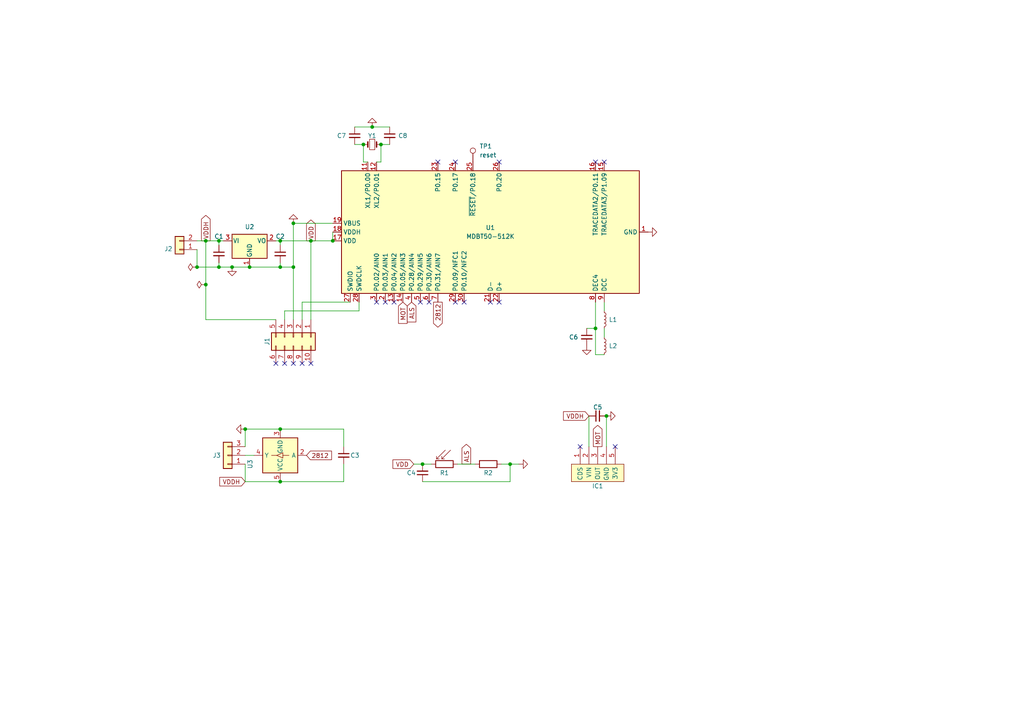
<source format=kicad_sch>
(kicad_sch (version 20211123) (generator eeschema)
  (paper "A4")
  (lib_symbols
    (symbol "Connector:TestPoint" (pin_numbers hide) (pin_names (offset 0.762) hide)
      (property "Reference" "TP" (at 0 6.858 0))
      (property "Value" "TestPoint" (at 0 5.08 0))
      (symbol "TestPoint_0_1"
        (circle (center 0 3.302) (radius 0.762))
      )
      (symbol "TestPoint_1_1"
        (pin passive line (at 0 0 90) (length 2.54) (name "1") (number "1"))
      )
    )
    (symbol "Connector_Generic:Conn_01x02" (pin_names (offset 1.016) hide)
      (property "Reference" "J" (at 0 2.54 0))
      (property "Value" "Conn_01x02" (at 0 -5.08 0))
      (symbol "Conn_01x02_1_1"
        (rectangle (start -1.27 -2.413) (end 0 -2.667) (stroke (width 0.1524)))
        (rectangle (start -1.27 0.127) (end 0 -0.127) (stroke (width 0.1524)))
        (rectangle (start -1.27 1.27) (end 1.27 -3.81) (stroke (width 0.254)) (fill (type background)))
        (pin passive line (at -5.08 0 0) (length 3.81) (name "Pin_1") (number "1"))
        (pin passive line (at -5.08 -2.54 0) (length 3.81) (name "Pin_2") (number "2"))
      )
    )
    (symbol "Connector_Generic:Conn_01x03" (pin_names (offset 1.016) hide)
      (property "Reference" "J" (at 0 5.08 0))
      (property "Value" "Conn_01x03" (at 0 -5.08 0))
      (symbol "Conn_01x03_1_1"
        (rectangle (start -1.27 -2.413) (end 0 -2.667) (stroke (width 0.1524)))
        (rectangle (start -1.27 0.127) (end 0 -0.127) (stroke (width 0.1524)))
        (rectangle (start -1.27 2.667) (end 0 2.413) (stroke (width 0.1524)))
        (rectangle (start -1.27 3.81) (end 1.27 -3.81) (stroke (width 0.254)) (fill (type background)))
        (pin passive line (at -5.08 2.54 0) (length 3.81) (name "Pin_1") (number "1"))
        (pin passive line (at -5.08 0 0) (length 3.81) (name "Pin_2") (number "2"))
        (pin passive line (at -5.08 -2.54 0) (length 3.81) (name "Pin_3") (number "3"))
      )
    )
    (symbol "Connector_Generic:Conn_02x05_Counter_Clockwise" (pin_names (offset 1.016) hide)
      (property "Reference" "J" (at 1.27 7.62 0))
      (property "Value" "Conn_02x05_Counter_Clockwise" (at 1.27 -7.62 0))
      (symbol "Conn_02x05_Counter_Clockwise_1_1"
        (rectangle (start -1.27 -4.953) (end 0 -5.207) (stroke (width 0.1524)))
        (rectangle (start -1.27 -2.413) (end 0 -2.667) (stroke (width 0.1524)))
        (rectangle (start -1.27 0.127) (end 0 -0.127) (stroke (width 0.1524)))
        (rectangle (start -1.27 2.667) (end 0 2.413) (stroke (width 0.1524)))
        (rectangle (start -1.27 5.207) (end 0 4.953) (stroke (width 0.1524)))
        (rectangle (start -1.27 6.35) (end 3.81 -6.35) (stroke (width 0.254)) (fill (type background)))
        (rectangle (start 3.81 -4.953) (end 2.54 -5.207) (stroke (width 0.1524)))
        (rectangle (start 3.81 -2.413) (end 2.54 -2.667) (stroke (width 0.1524)))
        (rectangle (start 3.81 0.127) (end 2.54 -0.127) (stroke (width 0.1524)))
        (rectangle (start 3.81 2.667) (end 2.54 2.413) (stroke (width 0.1524)))
        (rectangle (start 3.81 5.207) (end 2.54 4.953) (stroke (width 0.1524)))
        (pin passive line (at -5.08 5.08 0) (length 3.81) (name "Pin_1") (number "1"))
        (pin passive line (at 7.62 5.08 180) (length 3.81) (name "Pin_10") (number "10"))
        (pin passive line (at -5.08 2.54 0) (length 3.81) (name "Pin_2") (number "2"))
        (pin passive line (at -5.08 0 0) (length 3.81) (name "Pin_3") (number "3"))
        (pin passive line (at -5.08 -2.54 0) (length 3.81) (name "Pin_4") (number "4"))
        (pin passive line (at -5.08 -5.08 0) (length 3.81) (name "Pin_5") (number "5"))
        (pin passive line (at 7.62 -5.08 180) (length 3.81) (name "Pin_6") (number "6"))
        (pin passive line (at 7.62 -2.54 180) (length 3.81) (name "Pin_7") (number "7"))
        (pin passive line (at 7.62 0 180) (length 3.81) (name "Pin_8") (number "8"))
        (pin passive line (at 7.62 2.54 180) (length 3.81) (name "Pin_9") (number "9"))
      )
    )
    (symbol "Device:C_Small" (pin_numbers hide) (pin_names (offset 0.254) hide)
      (property "Reference" "C" (at 0.254 1.778 0))
      (property "Value" "C_Small" (at 0.254 -2.032 0))
      (symbol "C_Small_0_1"
        (polyline (pts (xy -1.524 -0.508) (xy 1.524 -0.508)) (stroke (width 0.3302)))
        (polyline (pts (xy -1.524 0.508) (xy 1.524 0.508)) (stroke (width 0.3048)))
      )
      (symbol "C_Small_1_1"
        (pin passive line (at 0 2.54 270) (length 2.032) (name "~") (number "1"))
        (pin passive line (at 0 -2.54 90) (length 2.032) (name "~") (number "2"))
      )
    )
    (symbol "Device:Crystal_Small" (pin_numbers hide) (pin_names (offset 1.016) hide)
      (property "Reference" "Y" (at 0 2.54 0))
      (property "Value" "Crystal_Small" (at 0 -2.54 0))
      (symbol "Crystal_Small_0_1"
        (rectangle (start -0.762 -1.524) (end 0.762 1.524))
        (polyline (pts (xy -1.27 -0.762) (xy -1.27 0.762)) (stroke (width 0.381)))
        (polyline (pts (xy 1.27 -0.762) (xy 1.27 0.762)) (stroke (width 0.381)))
      )
      (symbol "Crystal_Small_1_1"
        (pin passive line (at -2.54 0 0) (length 1.27) (name "1") (number "1"))
        (pin passive line (at 2.54 0 180) (length 1.27) (name "2") (number "2"))
      )
    )
    (symbol "Device:L_Small" (pin_numbers hide) (pin_names (offset 0.254) hide)
      (property "Reference" "L" (at 0.762 1.016 0))
      (property "Value" "L_Small" (at 0.762 -1.016 0))
      (symbol "L_Small_0_1"
        (arc (start 0 -2.032) (mid 0.508 -1.524) (end 0 -1.016))
        (arc (start 0 -1.016) (mid 0.508 -0.508) (end 0 0))
        (arc (start 0 0) (mid 0.508 0.508) (end 0 1.016))
        (arc (start 0 1.016) (mid 0.508 1.524) (end 0 2.032))
      )
      (symbol "L_Small_1_1"
        (pin passive line (at 0 2.54 270) (length 0.508) (name "~") (number "1"))
        (pin passive line (at 0 -2.54 90) (length 0.508) (name "~") (number "2"))
      )
    )
    (symbol "Device:R" (pin_numbers hide) (pin_names (offset 0))
      (property "Reference" "R" (at 2.032 0 90))
      (property "Value" "R" (at 0 0 90))
      (symbol "R_0_1"
        (rectangle (start -1.016 -2.54) (end 1.016 2.54) (stroke (width 0.254)))
      )
      (symbol "R_1_1"
        (pin passive line (at 0 3.81 270) (length 1.27) (name "~") (number "1"))
        (pin passive line (at 0 -3.81 90) (length 1.27) (name "~") (number "2"))
      )
    )
    (symbol "Device:R_Photo" (pin_numbers hide) (pin_names (offset 0))
      (property "Reference" "R" (at 1.27 1.27 0))
      (property "Value" "R_Photo" (at 1.27 0 0))
      (symbol "R_Photo_0_1"
        (rectangle (start -1.016 2.54) (end 1.016 -2.54) (stroke (width 0.254)))
        (polyline (pts (xy -1.524 -2.286) (xy -4.064 0.254)))
        (polyline (pts (xy -1.524 -2.286) (xy -2.286 -2.286)))
        (polyline (pts (xy -1.524 -2.286) (xy -1.524 -1.524)))
        (polyline (pts (xy -1.524 -0.762) (xy -4.064 1.778)))
        (polyline (pts (xy -1.524 -0.762) (xy -2.286 -0.762)))
        (polyline (pts (xy -1.524 -0.762) (xy -1.524 0)))
      )
      (symbol "R_Photo_1_1"
        (pin passive line (at 0 3.81 270) (length 1.27) (name "~") (number "1"))
        (pin passive line (at 0 -3.81 90) (length 1.27) (name "~") (number "2"))
      )
    )
    (symbol "Logic_LevelTranslator:SN74LV1T34DBV"
      (property "Reference" "U" (at 5.08 6.35 0))
      (property "Value" "SN74LV1T34DBV" (at 5.08 3.81 0))
      (symbol "SN74LV1T34DBV_0_1"
        (rectangle (start -5.08 5.08) (end 5.08 -5.08) (stroke (width 0.254)) (fill (type background)))
        (polyline (pts (xy -0.762 0) (xy -2.54 0)))
        (polyline (pts (xy 1.016 0) (xy 2.54 0)))
      )
      (symbol "SN74LV1T34DBV_1_1"
        (polyline (pts (xy -0.762 -0.762) (xy -0.762 0.762) (xy 1.016 0) (xy -0.762 -0.762)))
        (pin no_connect line (at -5.08 2.54 0) (length 2.54) hide (name "NC") (number "1"))
        (pin input line (at -7.62 0 0) (length 2.54) (name "A") (number "2"))
        (pin power_in line (at 0 -7.62 90) (length 2.54) (name "GND") (number "3"))
        (pin output line (at 7.62 0 180) (length 2.54) (name "Y") (number "4"))
        (pin power_in line (at 0 7.62 270) (length 2.54) (name "VCC") (number "5"))
      )
    )
    (symbol "RCWL-0516:RCWL-0516" (pin_names (offset 0.762))
      (property "Reference" "IC" (at 0 11.43 0))
      (property "Value" "RCWL-0516" (at 0 8.89 0))
      (symbol "RCWL-0516_0_0"
        (pin input line (at -5.08 -7.62 90) (length 5.08) (name "CDS") (number "1"))
        (pin power_in line (at -2.54 -7.62 90) (length 5.08) (name "VIN") (number "2"))
        (pin output line (at 0 -7.62 90) (length 5.08) (name "OUT") (number "3"))
        (pin power_in line (at 2.54 -7.62 90) (length 5.08) (name "GND") (number "4"))
        (pin power_out line (at 5.08 -7.62 90) (length 5.08) (name "3V3") (number "5"))
      )
      (symbol "RCWL-0516_0_1"
        (polyline (pts (xy -7.62 -2.54) (xy -7.62 2.54) (xy 7.62 2.54) (xy 7.62 -2.54) (xy -7.62 -2.54)) (stroke (width 0.1524)) (fill (type background)))
      )
    )
    (symbol "Raytac:MDBT50-512K"
      (property "Reference" "U" (at 0 0 0))
      (property "Value" "MDBT50-512K" (at 0 -2.54 0))
      (symbol "MDBT50-512K_0_1"
        (rectangle (start -17.78 43.18) (end 17.78 -43.18) (stroke (width 0.254)) (fill (type background)))
      )
      (symbol "MDBT50-512K_1_1"
        (pin power_in line (at 0 -45.72 90) (length 2.54) (name "GND") (number "1"))
        (pin passive line (at 0 -45.72 90) (length 2.54) hide (name "GND") (number "10"))
        (pin bidirectional line (at 20.32 35.56 180) (length 2.54) (name "XL1/P0.00") (number "11"))
        (pin bidirectional line (at 20.32 33.02 180) (length 2.54) (name "XL2/P0.01") (number "12"))
        (pin bidirectional line (at -20.32 27.94 0) (length 2.54) (name "P0.04/AIN2") (number "13"))
        (pin bidirectional line (at -20.32 25.4 0) (length 2.54) (name "P0.05/AIN3") (number "14"))
        (pin bidirectional line (at 20.32 -33.02 180) (length 2.54) (name "TRACEDATA3/P1.09") (number "15"))
        (pin bidirectional line (at 20.32 -30.48 180) (length 2.54) (name "TRACEDATA2/P0.11") (number "16"))
        (pin power_in line (at -2.54 45.72 270) (length 2.54) (name "VDD") (number "17"))
        (pin power_in line (at 0 45.72 270) (length 2.54) (name "VDDH") (number "18"))
        (pin power_in line (at 2.54 45.72 270) (length 2.54) (name "VBUS") (number "19"))
        (pin bidirectional line (at -20.32 30.48 0) (length 2.54) (name "P0.03/AIN1") (number "2"))
        (pin passive line (at 0 -45.72 90) (length 2.54) hide (name "GND") (number "20"))
        (pin bidirectional line (at -20.32 0 0) (length 2.54) (name "D-") (number "21"))
        (pin bidirectional line (at -20.32 -2.54 0) (length 2.54) (name "D+") (number "22"))
        (pin bidirectional line (at 20.32 15.24 180) (length 2.54) (name "P0.15") (number "23"))
        (pin bidirectional line (at 20.32 10.16 180) (length 2.54) (name "P0.17") (number "24"))
        (pin bidirectional line (at 20.32 5.08 180) (length 2.54) (name "~{RESET}/P0.18") (number "25"))
        (pin bidirectional line (at 20.32 -2.54 180) (length 2.54) (name "P0.20") (number "26"))
        (pin bidirectional line (at -20.32 40.64 0) (length 2.54) (name "SWDIO") (number "27"))
        (pin input line (at -20.32 38.1 0) (length 2.54) (name "SWDCLK") (number "28"))
        (pin bidirectional line (at -20.32 10.16 0) (length 2.54) (name "P0.09/NFC1") (number "29"))
        (pin bidirectional line (at -20.32 33.02 0) (length 2.54) (name "P0.02/AIN0") (number "3"))
        (pin bidirectional line (at -20.32 7.62 0) (length 2.54) (name "P0.10/NFC2") (number "30"))
        (pin passive line (at 0 -45.72 90) (length 2.54) hide (name "GND") (number "31"))
        (pin bidirectional line (at -20.32 22.86 0) (length 2.54) (name "P0.28/AIN4") (number "4"))
        (pin bidirectional line (at -20.32 20.32 0) (length 2.54) (name "P0.29/AIN5") (number "5"))
        (pin bidirectional line (at -20.32 17.78 0) (length 2.54) (name "P0.30/AIN6") (number "6"))
        (pin bidirectional line (at -20.32 15.24 0) (length 2.54) (name "P0.31/AIN7") (number "7"))
        (pin power_in line (at -20.32 -30.48 0) (length 2.54) (name "DEC4") (number "8"))
        (pin power_out line (at -20.32 -33.02 0) (length 2.54) (name "DCC") (number "9"))
      )
    )
    (symbol "Regulator_Linear:LM1117-3.3" (pin_names (offset 0.254))
      (property "Reference" "U" (at -3.81 3.175 0))
      (property "Value" "LM1117-3.3" (at 0 3.175 0))
      (symbol "LM1117-3.3_0_1"
        (rectangle (start -5.08 -5.08) (end 5.08 1.905) (stroke (width 0.254)) (fill (type background)))
      )
      (symbol "LM1117-3.3_1_1"
        (pin power_in line (at 0 -7.62 90) (length 2.54) (name "GND") (number "1"))
        (pin power_out line (at 7.62 0 180) (length 2.54) (name "VO") (number "2"))
        (pin power_in line (at -7.62 0 0) (length 2.54) (name "VI") (number "3"))
      )
    )
    (symbol "power:GND" (power) (pin_names (offset 0))
      (property "Value" "GND" (at 0 -3.81 0))
      (symbol "GND_0_1"
        (polyline (pts (xy 0 0) (xy 0 -1.27) (xy 1.27 -1.27) (xy 0 -2.54) (xy -1.27 -1.27) (xy 0 -1.27)))
      )
      (symbol "GND_1_1"
        (pin power_in line (at 0 0 270) (length 0) hide (name "GND") (number "1"))
      )
    )
    (symbol "power:PWR_FLAG" (power) (pin_numbers hide) (pin_names (offset 0) hide)
      (property "Value" "PWR_FLAG" (at 0 3.81 0))
      (symbol "PWR_FLAG_0_0"
        (pin power_out line (at 0 0 90) (length 0) (name "pwr") (number "1"))
      )
      (symbol "PWR_FLAG_0_1"
        (polyline (pts (xy 0 0) (xy 0 1.27) (xy -1.016 1.905) (xy 0 2.54) (xy 1.016 1.905) (xy 0 1.27)))
      )
    )
  )
  (junction (at 59.69 82.55))
  (junction (at 63.5 77.47))
  (junction (at 96.52 69.85))
  (junction (at 105.41 41.91))
  (junction (at 81.28 124.46))
  (junction (at 71.12 124.46))
  (junction (at 175.895 120.65))
  (junction (at 90.17 69.85))
  (junction (at 81.28 139.7))
  (junction (at 147.955 134.62))
  (junction (at 172.72 95.25))
  (junction (at 122.555 134.62))
  (junction (at 107.95 36.83))
  (junction (at 63.5 69.85))
  (junction (at 85.09 77.47))
  (junction (at 59.69 69.85))
  (junction (at 85.09 64.77))
  (junction (at 81.28 77.47))
  (junction (at 81.28 69.85))
  (junction (at 110.49 41.91))
  (junction (at 72.39 77.47))
  (junction (at 57.15 77.47))
  (junction (at 67.31 77.47))
  (no_connect (at 85.09 105.41))
  (no_connect (at 82.55 105.41))
  (no_connect (at 127 46.99))
  (no_connect (at 132.08 46.99))
  (no_connect (at 109.22 87.63))
  (no_connect (at 121.92 87.63))
  (no_connect (at 124.46 87.63))
  (no_connect (at 114.3 87.63))
  (no_connect (at 111.76 87.63))
  (no_connect (at 144.78 46.99))
  (no_connect (at 172.72 46.99))
  (no_connect (at 175.26 46.99))
  (no_connect (at 80.01 105.41))
  (no_connect (at 144.78 87.63))
  (no_connect (at 142.24 87.63))
  (no_connect (at 90.17 105.41))
  (no_connect (at 132.08 87.63))
  (no_connect (at 134.62 87.63))
  (no_connect (at 178.435 129.54))
  (no_connect (at 168.275 129.54))
  (no_connect (at 87.63 105.41))
  (wire (pts (xy 71.12 134.62) (xy 71.12 139.7)))
  (wire (pts (xy 82.55 90.17) (xy 82.55 92.71)))
  (wire (pts (xy 120.015 134.62) (xy 122.555 134.62)))
  (wire (pts (xy 99.695 129.54) (xy 99.695 124.46)))
  (wire (pts (xy 105.41 46.99) (xy 106.68 46.99)))
  (wire (pts (xy 80.01 92.71) (xy 59.69 92.71)))
  (wire (pts (xy 81.28 69.85) (xy 80.01 69.85)))
  (wire (pts (xy 96.52 64.77) (xy 85.09 64.77)))
  (wire (pts (xy 147.955 139.7) (xy 147.955 134.62)))
  (wire (pts (xy 104.14 90.17) (xy 82.55 90.17)))
  (wire (pts (xy 147.955 134.62) (xy 150.495 134.62)))
  (wire (pts (xy 85.09 92.71) (xy 85.09 77.47)))
  (wire (pts (xy 175.895 120.65) (xy 175.895 129.54)))
  (wire (pts (xy 87.63 87.63) (xy 101.6 87.63)))
  (wire (pts (xy 67.31 77.47) (xy 63.5 77.47)))
  (wire (pts (xy 132.715 134.62) (xy 137.795 134.62)))
  (wire (pts (xy 81.28 77.47) (xy 81.28 76.2)))
  (wire (pts (xy 81.28 139.7) (xy 99.695 139.7)))
  (wire (pts (xy 99.695 139.7) (xy 99.695 134.62)))
  (wire (pts (xy 172.72 102.87) (xy 172.72 95.25)))
  (wire (pts (xy 81.28 124.46) (xy 71.12 124.46)))
  (wire (pts (xy 81.28 77.47) (xy 72.39 77.47)))
  (wire (pts (xy 90.17 69.85) (xy 81.28 69.85)))
  (wire (pts (xy 172.72 95.25) (xy 172.72 87.63)))
  (wire (pts (xy 175.26 95.25) (xy 175.26 97.79)))
  (wire (pts (xy 63.5 69.85) (xy 59.69 69.85)))
  (wire (pts (xy 102.87 41.91) (xy 105.41 41.91)))
  (wire (pts (xy 59.69 69.85) (xy 57.15 69.85)))
  (wire (pts (xy 71.12 132.08) (xy 73.66 132.08)))
  (wire (pts (xy 90.17 69.85) (xy 96.52 69.85)))
  (wire (pts (xy 102.87 36.83) (xy 107.95 36.83)))
  (wire (pts (xy 85.09 64.77) (xy 85.09 77.47)))
  (wire (pts (xy 59.69 69.85) (xy 59.69 82.55)))
  (wire (pts (xy 107.95 36.83) (xy 113.03 36.83)))
  (wire (pts (xy 57.15 77.47) (xy 63.5 77.47)))
  (wire (pts (xy 59.69 92.71) (xy 59.69 82.55)))
  (wire (pts (xy 147.955 134.62) (xy 145.415 134.62)))
  (wire (pts (xy 170.815 120.65) (xy 170.815 129.54)))
  (wire (pts (xy 57.15 72.39) (xy 57.15 77.47)))
  (wire (pts (xy 105.41 41.91) (xy 105.41 46.99)))
  (wire (pts (xy 175.26 102.87) (xy 172.72 102.87)))
  (wire (pts (xy 104.14 87.63) (xy 104.14 90.17)))
  (wire (pts (xy 85.09 77.47) (xy 81.28 77.47)))
  (wire (pts (xy 87.63 92.71) (xy 87.63 87.63)))
  (wire (pts (xy 110.49 41.91) (xy 113.03 41.91)))
  (wire (pts (xy 99.695 124.46) (xy 81.28 124.46)))
  (wire (pts (xy 110.49 46.99) (xy 110.49 41.91)))
  (wire (pts (xy 122.555 139.7) (xy 147.955 139.7)))
  (wire (pts (xy 71.12 124.46) (xy 71.12 129.54)))
  (wire (pts (xy 109.22 46.99) (xy 110.49 46.99)))
  (wire (pts (xy 72.39 77.47) (xy 67.31 77.47)))
  (wire (pts (xy 122.555 134.62) (xy 125.095 134.62)))
  (wire (pts (xy 90.17 92.71) (xy 90.17 69.85)))
  (wire (pts (xy 63.5 77.47) (xy 63.5 76.2)))
  (wire (pts (xy 170.18 95.25) (xy 172.72 95.25)))
  (wire (pts (xy 71.12 139.7) (xy 81.28 139.7)))
  (wire (pts (xy 96.52 67.31) (xy 96.52 69.85)))
  (wire (pts (xy 64.77 69.85) (xy 63.5 69.85)))
  (wire (pts (xy 81.28 71.12) (xy 81.28 69.85)))
  (wire (pts (xy 63.5 71.12) (xy 63.5 69.85)))
  (wire (pts (xy 175.26 87.63) (xy 175.26 90.17)))
  (global_label "2812" (shape output) (at 127 87.63 270) (property "Intersheet References" "${INTERSHEET_REFS}" (effects hide)))
  (global_label "MOT" (shape output) (at 173.355 129.54 90) (property "Intersheet References" "${INTERSHEET_REFS}" (effects hide)))
  (global_label "VDDH" (shape input) (at 71.12 139.7 180) (property "Intersheet References" "${INTERSHEET_REFS}" (effects hide)))
  (global_label "ALS" (shape output) (at 135.255 134.62 90) (property "Intersheet References" "${INTERSHEET_REFS}" (effects hide)))
  (global_label "VDDH" (shape input) (at 170.815 120.65 180) (property "Intersheet References" "${INTERSHEET_REFS}" (effects hide)))
  (global_label "VDDH" (shape output) (at 59.69 69.85 90) (property "Intersheet References" "${INTERSHEET_REFS}" (effects hide)))
  (global_label "VDD" (shape output) (at 90.17 69.85 90) (property "Intersheet References" "${INTERSHEET_REFS}" (effects hide)))
  (global_label "ALS" (shape input) (at 119.38 87.63 270) (property "Intersheet References" "${INTERSHEET_REFS}" (effects hide)))
  (global_label "VDD" (shape input) (at 120.015 134.62 180) (property "Intersheet References" "${INTERSHEET_REFS}" (effects hide)))
  (global_label "MOT" (shape input) (at 116.84 87.63 270) (property "Intersheet References" "${INTERSHEET_REFS}" (effects hide)))
  (global_label "2812" (shape input) (at 88.9 132.08 0) (property "Intersheet References" "${INTERSHEET_REFS}" (effects hide)))
  (symbol (lib_id "Connector_Generic:Conn_01x02") (at 52.07 72.39 180) (unit 1)
    (property "Reference" "J2" (at 50.038 72.1868 0) (effects (justify left)))
    (property "Value" "Conn_01x02" (effects hide))
    (property "Footprint" "TerminalBlock_4Ucon:TerminalBlock_4Ucon_1x02_P3.50mm_Horizontal" (effects hide))
  )
  (symbol (lib_id "Connector_Generic:Conn_01x03") (at 66.04 132.08 180) (unit 1)
    (property "Reference" "J3" (at 62.865 132.08 0))
    (property "Value" "Conn_01x03" (effects hide))
    (property "Footprint" "TerminalBlock_4Ucon:TerminalBlock_4Ucon_1x03_P3.50mm_Horizontal" (effects hide))
  )
  (symbol (lib_id "Connector_Generic:Conn_02x05_Counter_Clockwise") (at 85.09 97.79 270) (unit 1)
    (property "Reference" "J1" (at 77.47 99.06 0))
    (property "Value" "Conn_02x05_Counter_Clockwise" (effects hide))
    (property "Footprint" "Connector:Tag-Connect_TC2050-IDC-NL_2x05_P1.27mm_Vertical_with_bottom_clip" (effects hide))
  )
  (symbol (lib_id "Logic_LevelTranslator:SN74LV1T34DBV") (at 81.28 132.08 180) (unit 1)
    (property "Reference" "U3" (at 72.5424 133.2484 90) (effects (justify left)))
    (property "Value" "SN74LV1T34DBV" (effects hide))
    (property "Footprint" "Package_TO_SOT_SMD:SOT-23-5_HandSoldering" (effects hide))
    (property "Datasheet" "https://www.ti.com/lit/ds/symlink/sn74lv1t34.pdf" (effects hide))
    (property "LCSC" "C100024" (effects hide))
  )
  (symbol (lib_id "power:GND") (at 71.12 124.46 270) (unit 1)
    (property "Reference" "#PWR0101" (effects hide))
    (property "Value" "GND" (effects hide))
  )
  (symbol (lib_id "Device:R_Photo") (at 128.905 134.62 270) (unit 1)
    (property "Reference" "R1" (at 128.905 137.16 90))
    (property "Value" "5626" (effects hide))
    (property "Footprint" "OptoDevice:R_LDR_5.1x4.3mm_P3.4mm_Vertical" (effects hide))
  )
  (symbol (lib_id "Device:R") (at 141.605 134.62 270) (unit 1)
    (property "Reference" "R2" (at 141.605 137.16 90))
    (property "Value" "10k" (effects hide))
    (property "Footprint" "Resistor_SMD:R_1206_3216Metric_Pad1.30x1.75mm_HandSolder" (effects hide))
    (property "LCSC" "C17902" (effects hide))
  )
  (symbol (lib_id "Device:C_Small") (at 122.555 137.16 180) (unit 1)
    (property "Reference" "C4" (at 120.65 137.16 0) (effects (justify left)))
    (property "Value" "10uF" (effects hide))
    (property "Footprint" "Capacitor_SMD:C_1206_3216Metric_Pad1.33x1.80mm_HandSolder" (effects hide))
    (property "LCSC" "C15850" (effects hide))
  )
  (symbol (lib_id "Device:C_Small") (at 99.695 132.08 0) (unit 1)
    (property "Reference" "C3" (at 101.6 132.08 0) (effects (justify left)))
    (property "Value" "10uF" (effects hide))
    (property "Footprint" "Capacitor_SMD:C_1206_3216Metric_Pad1.33x1.80mm_HandSolder" (effects hide))
    (property "LCSC" "C15850" (effects hide))
  )
  (symbol (lib_id "Device:C_Small") (at 173.355 120.65 90) (unit 1)
    (property "Reference" "C5" (at 173.355 118.11 90))
    (property "Value" "10uF" (effects hide))
    (property "Footprint" "Capacitor_SMD:C_1206_3216Metric_Pad1.33x1.80mm_HandSolder" (effects hide))
    (property "LCSC" "C15850" (effects hide))
  )
  (symbol (lib_id "power:GND") (at 150.495 134.62 90) (unit 1)
    (property "Reference" "#PWR0103" (effects hide))
    (property "Value" "GND" (effects hide))
  )
  (symbol (lib_id "Raytac:MDBT50-512K") (at 142.24 67.31 90) (unit 1)
    (property "Reference" "U1" (at 142.24 66.04 90))
    (property "Value" "MDBT50-512K" (at 142.24 68.58 90))
    (property "Footprint" "Raytac:MDBT50" (effects hide))
    (property "Datasheet" "https://www.raytac.com/download/index.php?index_id=52" (effects hide))
  )
  (symbol (lib_id "power:PWR_FLAG") (at 57.15 77.47 90) (unit 1)
    (property "Reference" "#FLG0102" (effects hide))
    (property "Value" "PWR_FLAG" (effects hide))
  )
  (symbol (lib_id "Device:C_Small") (at 63.5 73.66 0) (unit 1)
    (property "Reference" "C1" (at 63.5 68.58 0))
    (property "Value" "10uF" (effects hide))
    (property "Footprint" "Capacitor_SMD:C_1206_3216Metric_Pad1.33x1.80mm_HandSolder" (effects hide))
    (property "LCSC" "C15850" (effects hide))
  )
  (symbol (lib_id "power:GND") (at 67.31 77.47 0) (unit 1)
    (property "Reference" "#PWR0105" (effects hide))
    (property "Value" "GND" (effects hide))
  )
  (symbol (lib_id "power:GND") (at 187.96 67.31 90) (unit 1)
    (property "Reference" "#PWR0102" (effects hide))
    (property "Value" "GND" (effects hide))
  )
  (symbol (lib_id "Device:C_Small") (at 113.03 39.37 0) (unit 1)
    (property "Reference" "C8" (at 116.84 39.37 0))
    (property "Value" "12pF" (effects hide))
    (property "Footprint" "Capacitor_SMD:C_1206_3216Metric_Pad1.33x1.80mm_HandSolder" (effects hide))
  )
  (symbol (lib_id "power:GND") (at 170.18 100.33 0) (unit 1)
    (property "Reference" "#PWR0107" (effects hide))
    (property "Value" "GND" (effects hide))
  )
  (symbol (lib_id "Regulator_Linear:LM1117-3.3") (at 72.39 69.85 0) (unit 1)
    (property "Reference" "U2" (at 72.39 65.7955 0))
    (property "Value" "LM1117-3.3" (effects hide))
    (property "Footprint" "Package_TO_SOT_SMD:SOT-223-3_TabPin2" (effects hide))
    (property "Datasheet" "http://www.ti.com/lit/ds/symlink/lm1117.pdf" (effects hide))
    (property "LCSC" "C6186" (effects hide))
  )
  (symbol (lib_id "power:GND") (at 175.895 120.65 90) (unit 1)
    (property "Reference" "#PWR0104" (effects hide))
    (property "Value" "GND" (effects hide))
  )
  (symbol (lib_id "power:GND") (at 85.09 64.77 180) (unit 1)
    (property "Reference" "#PWR0106" (effects hide))
    (property "Value" "GND" (effects hide))
  )
  (symbol (lib_id "Device:C_Small") (at 170.18 97.79 0) (unit 1)
    (property "Reference" "C6" (at 166.37 97.79 0))
    (property "Value" "1uF" (effects hide))
    (property "Footprint" "Capacitor_SMD:C_1206_3216Metric_Pad1.33x1.80mm_HandSolder" (effects hide))
  )
  (symbol (lib_id "Connector:TestPoint") (at 137.16 46.99 0) (unit 1)
    (property "Reference" "TP1" (at 139.065 42.4179 0) (effects (justify left)))
    (property "Value" "reset" (at 139.065 44.9579 0) (effects (justify left)))
    (property "Footprint" "TestPoint:TestPoint_Pad_1.0x1.0mm" (effects hide))
  )
  (symbol (lib_id "Device:Crystal_Small") (at 107.95 41.91 0) (unit 1)
    (property "Reference" "Y1" (at 107.95 39.37 0))
    (property "Value" "32.768kHz, CL=9pF" (effects hide))
    (property "Footprint" "Crystal:Crystal_SMD_3215-2Pin_3.2x1.5mm" (effects hide))
  )
  (symbol (lib_id "Device:C_Small") (at 102.87 39.37 0) (unit 1)
    (property "Reference" "C7" (at 99.06 39.37 0))
    (property "Value" "12pF" (effects hide))
    (property "Footprint" "Capacitor_SMD:C_1206_3216Metric_Pad1.33x1.80mm_HandSolder" (effects hide))
  )
  (symbol (lib_id "power:PWR_FLAG") (at 59.69 82.55 90) (unit 1)
    (property "Reference" "#FLG0101" (effects hide))
    (property "Value" "PWR_FLAG" (effects hide))
  )
  (symbol (lib_id "power:GND") (at 107.95 36.83 180) (unit 1)
    (property "Reference" "#PWR0108" (effects hide))
    (property "Value" "GND" (effects hide))
  )
  (symbol (lib_id "Device:C_Small") (at 81.28 73.66 0) (unit 1)
    (property "Reference" "C2" (at 81.28 68.58 0))
    (property "Value" "10uF" (effects hide))
    (property "Footprint" "Capacitor_SMD:C_1206_3216Metric_Pad1.33x1.80mm_HandSolder" (effects hide))
    (property "LCSC" "C15850" (effects hide))
  )
  (symbol (lib_id "Device:L_Small") (at 175.26 92.71 0) (mirror x) (unit 1)
    (property "Reference" "L1" (at 177.8 92.71 0))
    (property "Value" "10uH" (effects hide))
    (property "Footprint" "Inductor_SMD:L_1210_3225Metric_Pad1.42x2.65mm_HandSolder" (effects hide))
  )
  (symbol (lib_id "RCWL-0516:RCWL-0516") (at 173.355 137.16 0) (mirror x) (unit 1)
    (property "Reference" "IC1" (at 173.355 140.97 0))
    (property "Value" "RCWL-0516" (effects hide))
    (property "Footprint" "RCWL-0516:RCWL-0516-3" (effects hide))
    (property "Datasheet" "http://www.icstation.com/5pcs-rcwl-0516-microwave-motion-sensor-module-radar-sensor-body-induction-module-100ma-p-13196.html" (effects hide))
  )
  (symbol (lib_id "Device:L_Small") (at 175.26 100.33 0) (mirror x) (unit 1)
    (property "Reference" "L2" (at 177.8 100.33 0))
    (property "Value" "15nH" (effects hide))
    (property "Footprint" "Inductor_SMD:L_1210_3225Metric_Pad1.42x2.65mm_HandSolder" (effects hide))
  )
)
</source>
